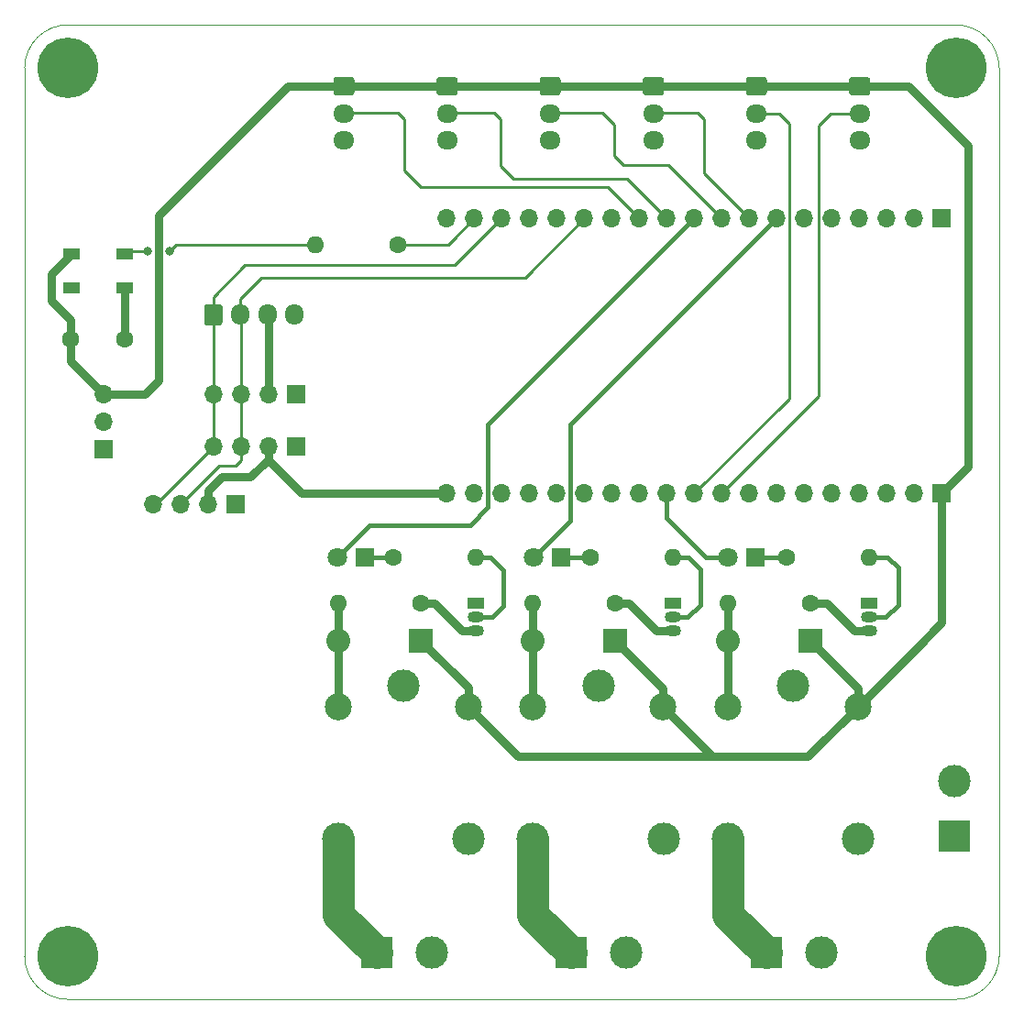
<source format=gbr>
%TF.GenerationSoftware,KiCad,Pcbnew,5.1.10-88a1d61d58~90~ubuntu21.04.1*%
%TF.CreationDate,2021-12-13T13:58:26+01:00*%
%TF.ProjectId,terrarium,74657272-6172-4697-956d-2e6b69636164,rev?*%
%TF.SameCoordinates,Original*%
%TF.FileFunction,Copper,L1,Top*%
%TF.FilePolarity,Positive*%
%FSLAX46Y46*%
G04 Gerber Fmt 4.6, Leading zero omitted, Abs format (unit mm)*
G04 Created by KiCad (PCBNEW 5.1.10-88a1d61d58~90~ubuntu21.04.1) date 2021-12-13 13:58:26*
%MOMM*%
%LPD*%
G01*
G04 APERTURE LIST*
%TA.AperFunction,Profile*%
%ADD10C,0.050000*%
%TD*%
%TA.AperFunction,ComponentPad*%
%ADD11R,1.500000X1.050000*%
%TD*%
%TA.AperFunction,ComponentPad*%
%ADD12O,1.500000X1.050000*%
%TD*%
%TA.AperFunction,ComponentPad*%
%ADD13C,3.000000*%
%TD*%
%TA.AperFunction,ComponentPad*%
%ADD14R,3.000000X3.000000*%
%TD*%
%TA.AperFunction,ComponentPad*%
%ADD15C,2.500000*%
%TD*%
%TA.AperFunction,ComponentPad*%
%ADD16O,1.600000X1.600000*%
%TD*%
%TA.AperFunction,ComponentPad*%
%ADD17C,1.600000*%
%TD*%
%TA.AperFunction,ComponentPad*%
%ADD18C,1.800000*%
%TD*%
%TA.AperFunction,ComponentPad*%
%ADD19R,1.800000X1.800000*%
%TD*%
%TA.AperFunction,ComponentPad*%
%ADD20O,2.200000X2.200000*%
%TD*%
%TA.AperFunction,ComponentPad*%
%ADD21R,2.200000X2.200000*%
%TD*%
%TA.AperFunction,SMDPad,CuDef*%
%ADD22R,1.500000X1.000000*%
%TD*%
%TA.AperFunction,ComponentPad*%
%ADD23C,5.600000*%
%TD*%
%TA.AperFunction,ComponentPad*%
%ADD24O,1.700000X1.950000*%
%TD*%
%TA.AperFunction,ComponentPad*%
%ADD25O,1.950000X1.700000*%
%TD*%
%TA.AperFunction,ComponentPad*%
%ADD26O,1.700000X1.700000*%
%TD*%
%TA.AperFunction,ComponentPad*%
%ADD27R,1.700000X1.700000*%
%TD*%
%TA.AperFunction,ViaPad*%
%ADD28C,0.800000*%
%TD*%
%TA.AperFunction,Conductor*%
%ADD29C,0.400000*%
%TD*%
%TA.AperFunction,Conductor*%
%ADD30C,0.800000*%
%TD*%
%TA.AperFunction,Conductor*%
%ADD31C,0.250000*%
%TD*%
%TA.AperFunction,Conductor*%
%ADD32C,3.000000*%
%TD*%
G04 APERTURE END LIST*
D10*
X45000000Y-113000000D02*
G75*
G02*
X41000000Y-109000000I0J4000000D01*
G01*
X131000000Y-109000000D02*
G75*
G02*
X127000000Y-113000000I-4000000J0D01*
G01*
X127000000Y-23000000D02*
G75*
G02*
X131000000Y-27000000I0J-4000000D01*
G01*
X41000000Y-27000000D02*
G75*
G02*
X45000000Y-23000000I4000000J0D01*
G01*
X127000000Y-23000000D02*
X45000000Y-23000000D01*
X131000000Y-109000000D02*
X131000000Y-27000000D01*
X45000000Y-113000000D02*
X127000000Y-113000000D01*
X41000000Y-27000000D02*
X41000000Y-109000000D01*
D11*
%TO.P,Q3,1*%
%TO.N,GND*%
X82677000Y-76454000D03*
D12*
%TO.P,Q3,3*%
%TO.N,Net-(Q3-Pad3)*%
X82677000Y-78994000D03*
%TO.P,Q3,2*%
%TO.N,Net-(Q3-Pad2)*%
X82677000Y-77724000D03*
%TD*%
D11*
%TO.P,Q2,1*%
%TO.N,GND*%
X100838000Y-76454000D03*
D12*
%TO.P,Q2,3*%
%TO.N,Net-(Q2-Pad3)*%
X100838000Y-78994000D03*
%TO.P,Q2,2*%
%TO.N,Net-(Q2-Pad2)*%
X100838000Y-77724000D03*
%TD*%
D11*
%TO.P,Q1,1*%
%TO.N,GND*%
X118999000Y-76454000D03*
D12*
%TO.P,Q1,3*%
%TO.N,Net-(Q1-Pad3)*%
X118999000Y-78994000D03*
%TO.P,Q1,2*%
%TO.N,Net-(Q1-Pad2)*%
X118999000Y-77724000D03*
%TD*%
D13*
%TO.P,S3,2*%
%TO.N,220N*%
X78580000Y-108712000D03*
D14*
%TO.P,S3,1*%
%TO.N,Net-(RE3-Pad3)*%
X73500000Y-108712000D03*
%TD*%
D13*
%TO.P,RE3,1*%
%TO.N,220L*%
X76000000Y-84000000D03*
D15*
%TO.P,RE3,5*%
%TO.N,+5V*%
X81950000Y-85950000D03*
D13*
%TO.P,RE3,4*%
%TO.N,Net-(RE3-Pad4)*%
X82000000Y-98200000D03*
%TO.P,RE3,3*%
%TO.N,Net-(RE3-Pad3)*%
X69950000Y-98150000D03*
D15*
%TO.P,RE3,2*%
%TO.N,Net-(D3-Pad2)*%
X69950000Y-85950000D03*
%TD*%
D16*
%TO.P,R7,2*%
%TO.N,Net-(Q3-Pad2)*%
X82677000Y-72200000D03*
D17*
%TO.P,R7,1*%
%TO.N,Net-(LED3-Pad1)*%
X75057000Y-72200000D03*
%TD*%
D16*
%TO.P,R6,2*%
%TO.N,Net-(D3-Pad2)*%
X69977000Y-76454000D03*
D17*
%TO.P,R6,1*%
%TO.N,Net-(Q3-Pad3)*%
X77597000Y-76454000D03*
%TD*%
D18*
%TO.P,LED3,2*%
%TO.N,G5*%
X69850000Y-72200000D03*
D19*
%TO.P,LED3,1*%
%TO.N,Net-(LED3-Pad1)*%
X72390000Y-72200000D03*
%TD*%
D20*
%TO.P,D3,2*%
%TO.N,Net-(D3-Pad2)*%
X69977000Y-79883000D03*
D21*
%TO.P,D3,1*%
%TO.N,+5V*%
X77597000Y-79883000D03*
%TD*%
D13*
%TO.P,S2,2*%
%TO.N,220N*%
X96580000Y-108712000D03*
D14*
%TO.P,S2,1*%
%TO.N,Net-(RE2-Pad3)*%
X91500000Y-108712000D03*
%TD*%
D13*
%TO.P,S1,2*%
%TO.N,220N*%
X114580000Y-108712000D03*
D14*
%TO.P,S1,1*%
%TO.N,Net-(RE1-Pad3)*%
X109500000Y-108712000D03*
%TD*%
D13*
%TO.P,S0,2*%
%TO.N,220L*%
X126873000Y-92837000D03*
D14*
%TO.P,S0,1*%
%TO.N,220N*%
X126873000Y-97917000D03*
%TD*%
D16*
%TO.P,R5,2*%
%TO.N,Net-(ALED1-Pad4)*%
X67818000Y-43307000D03*
D17*
%TO.P,R5,1*%
%TO.N,G23*%
X75438000Y-43307000D03*
%TD*%
D20*
%TO.P,D1,2*%
%TO.N,Net-(D1-Pad2)*%
X105918000Y-79883000D03*
D21*
%TO.P,D1,1*%
%TO.N,+5V*%
X113538000Y-79883000D03*
%TD*%
D16*
%TO.P,R4,2*%
%TO.N,Net-(D2-Pad2)*%
X87884000Y-76454000D03*
D17*
%TO.P,R4,1*%
%TO.N,Net-(Q2-Pad3)*%
X95504000Y-76454000D03*
%TD*%
D16*
%TO.P,R3,2*%
%TO.N,Net-(Q2-Pad2)*%
X100838000Y-72200000D03*
D17*
%TO.P,R3,1*%
%TO.N,Net-(LED2-Pad1)*%
X93218000Y-72200000D03*
%TD*%
D16*
%TO.P,R2,2*%
%TO.N,Net-(D1-Pad2)*%
X105918000Y-76454000D03*
D17*
%TO.P,R2,1*%
%TO.N,Net-(Q1-Pad3)*%
X113538000Y-76454000D03*
%TD*%
D16*
%TO.P,R1,2*%
%TO.N,Net-(Q1-Pad2)*%
X118999000Y-72200000D03*
D17*
%TO.P,R1,1*%
%TO.N,Net-(LED1-Pad1)*%
X111379000Y-72200000D03*
%TD*%
%TO.P,C1,2*%
%TO.N,GND*%
X50212000Y-52070000D03*
%TO.P,C1,1*%
%TO.N,+5V*%
X45212000Y-52070000D03*
%TD*%
D22*
%TO.P,ALED1,1*%
%TO.N,+5V*%
X45302000Y-44120000D03*
%TO.P,ALED1,2*%
%TO.N,Net-(ALED1-Pad2)*%
X45302000Y-47320000D03*
%TO.P,ALED1,4*%
%TO.N,Net-(ALED1-Pad4)*%
X50202000Y-44120000D03*
%TO.P,ALED1,3*%
%TO.N,GND*%
X50202000Y-47320000D03*
%TD*%
D23*
%TO.P,H4,1*%
%TO.N,N/C*%
X127000000Y-109000000D03*
%TD*%
%TO.P,H2,1*%
%TO.N,N/C*%
X45000000Y-27000000D03*
%TD*%
%TO.P,H3,1*%
%TO.N,N/C*%
X45000000Y-109000000D03*
%TD*%
%TO.P,H1,1*%
%TO.N,N/C*%
X127000000Y-27000000D03*
%TD*%
D13*
%TO.P,RE1,1*%
%TO.N,220L*%
X112000000Y-84000000D03*
D15*
%TO.P,RE1,5*%
%TO.N,+5V*%
X117950000Y-85950000D03*
D13*
%TO.P,RE1,4*%
%TO.N,Net-(RE1-Pad4)*%
X118000000Y-98200000D03*
%TO.P,RE1,3*%
%TO.N,Net-(RE1-Pad3)*%
X105950000Y-98150000D03*
D15*
%TO.P,RE1,2*%
%TO.N,Net-(D1-Pad2)*%
X105950000Y-85950000D03*
%TD*%
D13*
%TO.P,RE2,1*%
%TO.N,220L*%
X94000000Y-84000000D03*
D15*
%TO.P,RE2,5*%
%TO.N,+5V*%
X99950000Y-85950000D03*
D13*
%TO.P,RE2,4*%
%TO.N,Net-(RE2-Pad4)*%
X100000000Y-98200000D03*
%TO.P,RE2,3*%
%TO.N,Net-(RE2-Pad3)*%
X87950000Y-98150000D03*
D15*
%TO.P,RE2,2*%
%TO.N,Net-(D2-Pad2)*%
X87950000Y-85950000D03*
%TD*%
D18*
%TO.P,LED2,2*%
%TO.N,G4*%
X88011000Y-72200000D03*
D19*
%TO.P,LED2,1*%
%TO.N,Net-(LED2-Pad1)*%
X90551000Y-72200000D03*
%TD*%
D18*
%TO.P,LED1,2*%
%TO.N,G25*%
X105918000Y-72200000D03*
D19*
%TO.P,LED1,1*%
%TO.N,Net-(LED1-Pad1)*%
X108458000Y-72200000D03*
%TD*%
D20*
%TO.P,D2,2*%
%TO.N,Net-(D2-Pad2)*%
X87884000Y-79883000D03*
D21*
%TO.P,D2,1*%
%TO.N,+5V*%
X95504000Y-79883000D03*
%TD*%
D24*
%TO.P,i2c2,4*%
%TO.N,GND*%
X65920000Y-49784000D03*
%TO.P,i2c2,3*%
%TO.N,+5V*%
X63420000Y-49784000D03*
%TO.P,i2c2,2*%
%TO.N,SDA*%
X60920000Y-49784000D03*
%TO.P,i2c2,1*%
%TO.N,SCL*%
%TA.AperFunction,ComponentPad*%
G36*
G01*
X57570000Y-50509000D02*
X57570000Y-49059000D01*
G75*
G02*
X57820000Y-48809000I250000J0D01*
G01*
X59020000Y-48809000D01*
G75*
G02*
X59270000Y-49059000I0J-250000D01*
G01*
X59270000Y-50509000D01*
G75*
G02*
X59020000Y-50759000I-250000J0D01*
G01*
X57820000Y-50759000D01*
G75*
G02*
X57570000Y-50509000I0J250000D01*
G01*
G37*
%TD.AperFunction*%
%TD*%
D25*
%TO.P,HT1,3*%
%TO.N,GND*%
X118110000Y-33665000D03*
%TO.P,HT1,2*%
%TO.N,G27*%
X118110000Y-31165000D03*
%TO.P,HT1,1*%
%TO.N,+5V*%
%TA.AperFunction,ComponentPad*%
G36*
G01*
X117385000Y-27815000D02*
X118835000Y-27815000D01*
G75*
G02*
X119085000Y-28065000I0J-250000D01*
G01*
X119085000Y-29265000D01*
G75*
G02*
X118835000Y-29515000I-250000J0D01*
G01*
X117385000Y-29515000D01*
G75*
G02*
X117135000Y-29265000I0J250000D01*
G01*
X117135000Y-28065000D01*
G75*
G02*
X117385000Y-27815000I250000J0D01*
G01*
G37*
%TD.AperFunction*%
%TD*%
%TO.P,HT2,3*%
%TO.N,GND*%
X108585000Y-33665000D03*
%TO.P,HT2,2*%
%TO.N,G26*%
X108585000Y-31165000D03*
%TO.P,HT2,1*%
%TO.N,+5V*%
%TA.AperFunction,ComponentPad*%
G36*
G01*
X107860000Y-27815000D02*
X109310000Y-27815000D01*
G75*
G02*
X109560000Y-28065000I0J-250000D01*
G01*
X109560000Y-29265000D01*
G75*
G02*
X109310000Y-29515000I-250000J0D01*
G01*
X107860000Y-29515000D01*
G75*
G02*
X107610000Y-29265000I0J250000D01*
G01*
X107610000Y-28065000D01*
G75*
G02*
X107860000Y-27815000I250000J0D01*
G01*
G37*
%TD.AperFunction*%
%TD*%
%TO.P,HT6,3*%
%TO.N,GND*%
X70485000Y-33665000D03*
%TO.P,HT6,2*%
%TO.N,G19*%
X70485000Y-31165000D03*
%TO.P,HT6,1*%
%TO.N,+5V*%
%TA.AperFunction,ComponentPad*%
G36*
G01*
X69760000Y-27815000D02*
X71210000Y-27815000D01*
G75*
G02*
X71460000Y-28065000I0J-250000D01*
G01*
X71460000Y-29265000D01*
G75*
G02*
X71210000Y-29515000I-250000J0D01*
G01*
X69760000Y-29515000D01*
G75*
G02*
X69510000Y-29265000I0J250000D01*
G01*
X69510000Y-28065000D01*
G75*
G02*
X69760000Y-27815000I250000J0D01*
G01*
G37*
%TD.AperFunction*%
%TD*%
%TO.P,HT5,3*%
%TO.N,GND*%
X80010000Y-33665000D03*
%TO.P,HT5,2*%
%TO.N,G18*%
X80010000Y-31165000D03*
%TO.P,HT5,1*%
%TO.N,+5V*%
%TA.AperFunction,ComponentPad*%
G36*
G01*
X79285000Y-27815000D02*
X80735000Y-27815000D01*
G75*
G02*
X80985000Y-28065000I0J-250000D01*
G01*
X80985000Y-29265000D01*
G75*
G02*
X80735000Y-29515000I-250000J0D01*
G01*
X79285000Y-29515000D01*
G75*
G02*
X79035000Y-29265000I0J250000D01*
G01*
X79035000Y-28065000D01*
G75*
G02*
X79285000Y-27815000I250000J0D01*
G01*
G37*
%TD.AperFunction*%
%TD*%
%TO.P,HT4,3*%
%TO.N,GND*%
X89535000Y-33665000D03*
%TO.P,HT4,2*%
%TO.N,G17*%
X89535000Y-31165000D03*
%TO.P,HT4,1*%
%TO.N,+5V*%
%TA.AperFunction,ComponentPad*%
G36*
G01*
X88810000Y-27815000D02*
X90260000Y-27815000D01*
G75*
G02*
X90510000Y-28065000I0J-250000D01*
G01*
X90510000Y-29265000D01*
G75*
G02*
X90260000Y-29515000I-250000J0D01*
G01*
X88810000Y-29515000D01*
G75*
G02*
X88560000Y-29265000I0J250000D01*
G01*
X88560000Y-28065000D01*
G75*
G02*
X88810000Y-27815000I250000J0D01*
G01*
G37*
%TD.AperFunction*%
%TD*%
%TO.P,HT3,3*%
%TO.N,GND*%
X99060000Y-33665000D03*
%TO.P,HT3,2*%
%TO.N,G16*%
X99060000Y-31165000D03*
%TO.P,HT3,1*%
%TO.N,+5V*%
%TA.AperFunction,ComponentPad*%
G36*
G01*
X98335000Y-27815000D02*
X99785000Y-27815000D01*
G75*
G02*
X100035000Y-28065000I0J-250000D01*
G01*
X100035000Y-29265000D01*
G75*
G02*
X99785000Y-29515000I-250000J0D01*
G01*
X98335000Y-29515000D01*
G75*
G02*
X98085000Y-29265000I0J250000D01*
G01*
X98085000Y-28065000D01*
G75*
G02*
X98335000Y-27815000I250000J0D01*
G01*
G37*
%TD.AperFunction*%
%TD*%
D26*
%TO.P,esp32-left1,19*%
%TO.N,GND*%
X79970000Y-40894000D03*
%TO.P,esp32-left1,18*%
%TO.N,G23*%
X82510000Y-40894000D03*
%TO.P,esp32-left1,17*%
%TO.N,SCL*%
X85050000Y-40894000D03*
%TO.P,esp32-left1,16*%
%TO.N,TX*%
X87590000Y-40894000D03*
%TO.P,esp32-left1,15*%
%TO.N,RX*%
X90130000Y-40894000D03*
%TO.P,esp32-left1,14*%
%TO.N,SDA*%
X92670000Y-40894000D03*
%TO.P,esp32-left1,13*%
%TO.N,GND*%
X95210000Y-40894000D03*
%TO.P,esp32-left1,12*%
%TO.N,G19*%
X97750000Y-40894000D03*
%TO.P,esp32-left1,11*%
%TO.N,G18*%
X100290000Y-40894000D03*
%TO.P,esp32-left1,10*%
%TO.N,G5*%
X102830000Y-40894000D03*
%TO.P,esp32-left1,9*%
%TO.N,G17*%
X105370000Y-40894000D03*
%TO.P,esp32-left1,8*%
%TO.N,G16*%
X107910000Y-40894000D03*
%TO.P,esp32-left1,7*%
%TO.N,G4*%
X110450000Y-40894000D03*
%TO.P,esp32-left1,6*%
%TO.N,Net-(esp32-left1-Pad6)*%
X112990000Y-40894000D03*
%TO.P,esp32-left1,5*%
%TO.N,Net-(esp32-left1-Pad5)*%
X115530000Y-40894000D03*
%TO.P,esp32-left1,4*%
%TO.N,Net-(esp32-left1-Pad4)*%
X118070000Y-40894000D03*
%TO.P,esp32-left1,3*%
%TO.N,Net-(esp32-left1-Pad3)*%
X120610000Y-40894000D03*
%TO.P,esp32-left1,2*%
%TO.N,Net-(esp32-left1-Pad2)*%
X123150000Y-40894000D03*
D27*
%TO.P,esp32-left1,1*%
%TO.N,Net-(esp32-left1-Pad1)*%
X125690000Y-40894000D03*
%TD*%
D26*
%TO.P,i2c4,4*%
%TO.N,SCL*%
X58420000Y-61976000D03*
%TO.P,i2c4,3*%
%TO.N,SDA*%
X60960000Y-61976000D03*
%TO.P,i2c4,2*%
%TO.N,+3V3*%
X63500000Y-61976000D03*
D27*
%TO.P,i2c4,1*%
%TO.N,GND*%
X66040000Y-61976000D03*
%TD*%
D26*
%TO.P,i2c3,4*%
%TO.N,SCL*%
X58420000Y-57150000D03*
%TO.P,i2c3,3*%
%TO.N,SDA*%
X60960000Y-57150000D03*
%TO.P,i2c3,2*%
%TO.N,+5V*%
X63500000Y-57150000D03*
D27*
%TO.P,i2c3,1*%
%TO.N,GND*%
X66040000Y-57150000D03*
%TD*%
D26*
%TO.P,ExternalPower1,3*%
%TO.N,+5V*%
X48260000Y-57150000D03*
%TO.P,ExternalPower1,2*%
%TO.N,+3V3*%
X48260000Y-59690000D03*
D27*
%TO.P,ExternalPower1,1*%
%TO.N,GND*%
X48260000Y-62230000D03*
%TD*%
D26*
%TO.P,i2c1,4*%
%TO.N,SCL*%
X52832000Y-67310000D03*
%TO.P,i2c1,3*%
%TO.N,SDA*%
X55372000Y-67310000D03*
%TO.P,i2c1,2*%
%TO.N,+3V3*%
X57912000Y-67310000D03*
D27*
%TO.P,i2c1,1*%
%TO.N,GND*%
X60452000Y-67310000D03*
%TD*%
D26*
%TO.P,esp32-right1,19*%
%TO.N,+3V3*%
X79970000Y-66294000D03*
%TO.P,esp32-right1,18*%
%TO.N,Net-(esp32-right1-Pad18)*%
X82510000Y-66294000D03*
%TO.P,esp32-right1,17*%
%TO.N,Net-(esp32-right1-Pad17)*%
X85050000Y-66294000D03*
%TO.P,esp32-right1,16*%
%TO.N,Net-(esp32-right1-Pad16)*%
X87590000Y-66294000D03*
%TO.P,esp32-right1,15*%
%TO.N,Net-(esp32-right1-Pad15)*%
X90130000Y-66294000D03*
%TO.P,esp32-right1,14*%
%TO.N,Net-(esp32-right1-Pad14)*%
X92670000Y-66294000D03*
%TO.P,esp32-right1,13*%
%TO.N,Net-(esp32-right1-Pad13)*%
X95210000Y-66294000D03*
%TO.P,esp32-right1,12*%
%TO.N,Net-(esp32-right1-Pad12)*%
X97750000Y-66294000D03*
%TO.P,esp32-right1,11*%
%TO.N,G25*%
X100290000Y-66294000D03*
%TO.P,esp32-right1,10*%
%TO.N,G26*%
X102830000Y-66294000D03*
%TO.P,esp32-right1,9*%
%TO.N,G27*%
X105370000Y-66294000D03*
%TO.P,esp32-right1,8*%
%TO.N,Net-(esp32-right1-Pad8)*%
X107910000Y-66294000D03*
%TO.P,esp32-right1,7*%
%TO.N,Net-(esp32-right1-Pad7)*%
X110450000Y-66294000D03*
%TO.P,esp32-right1,6*%
%TO.N,Net-(esp32-right1-Pad6)*%
X112990000Y-66294000D03*
%TO.P,esp32-right1,5*%
%TO.N,Net-(esp32-right1-Pad5)*%
X115530000Y-66294000D03*
%TO.P,esp32-right1,4*%
%TO.N,Net-(esp32-right1-Pad4)*%
X118070000Y-66294000D03*
%TO.P,esp32-right1,3*%
%TO.N,Net-(esp32-right1-Pad3)*%
X120610000Y-66294000D03*
%TO.P,esp32-right1,2*%
%TO.N,Net-(esp32-right1-Pad2)*%
X123150000Y-66294000D03*
D27*
%TO.P,esp32-right1,1*%
%TO.N,+5V*%
X125690000Y-66294000D03*
%TD*%
D28*
%TO.N,Net-(ALED1-Pad4)*%
X54356000Y-43942000D03*
X52324000Y-43942000D03*
%TD*%
D29*
%TO.N,GND*%
X50202000Y-52060000D02*
X50212000Y-52070000D01*
D30*
X50202000Y-47320000D02*
X50202000Y-52060000D01*
D31*
%TO.N,SCL*%
X58420000Y-49530000D02*
X58420000Y-57150000D01*
X58420000Y-61976000D02*
X58420000Y-57150000D01*
X62738000Y-45212000D02*
X62611000Y-45212000D01*
X53086000Y-67310000D02*
X52832000Y-67310000D01*
X58420000Y-61976000D02*
X53086000Y-67310000D01*
X80732000Y-45212000D02*
X85050000Y-40894000D01*
X62611000Y-45212000D02*
X80732000Y-45212000D01*
X58420000Y-48133000D02*
X58420000Y-49784000D01*
X61341000Y-45212000D02*
X58420000Y-48133000D01*
X62611000Y-45212000D02*
X61341000Y-45212000D01*
%TO.N,SDA*%
X55372000Y-66567524D02*
X55000762Y-66938762D01*
X60960000Y-61976000D02*
X60960000Y-57150000D01*
X60960000Y-57150000D02*
X60960000Y-49530000D01*
X60960000Y-61976000D02*
X60960000Y-63246000D01*
X60960000Y-63246000D02*
X60452000Y-63754000D01*
X58928000Y-63754000D02*
X55372000Y-67310000D01*
X60452000Y-63754000D02*
X58928000Y-63754000D01*
X60920000Y-48300000D02*
X60920000Y-49784000D01*
X62865000Y-46355000D02*
X60920000Y-48300000D01*
X87209000Y-46355000D02*
X62865000Y-46355000D01*
X92670000Y-40894000D02*
X87209000Y-46355000D01*
%TO.N,G19*%
X74763000Y-31155000D02*
X74843000Y-31155000D01*
X70485000Y-31155000D02*
X74763000Y-31155000D01*
X75478000Y-31155000D02*
X74763000Y-31155000D01*
X76073000Y-31750000D02*
X75478000Y-31155000D01*
X76073000Y-36449000D02*
X76073000Y-31750000D01*
X77597000Y-37973000D02*
X76073000Y-36449000D01*
X94829000Y-37973000D02*
X77597000Y-37973000D01*
X97750000Y-40894000D02*
X94829000Y-37973000D01*
%TO.N,G18*%
X84368000Y-31155000D02*
X80010000Y-31155000D01*
X84963000Y-31750000D02*
X84368000Y-31155000D01*
X84963000Y-36068000D02*
X84963000Y-31750000D01*
X86106000Y-37211000D02*
X84963000Y-36068000D01*
X96607000Y-37211000D02*
X86106000Y-37211000D01*
X100290000Y-40894000D02*
X96607000Y-37211000D01*
D29*
%TO.N,G5*%
X82128998Y-69215000D02*
X72835000Y-69215000D01*
X83799999Y-67543999D02*
X82128998Y-69215000D01*
X72835000Y-69215000D02*
X69850000Y-72200000D01*
X83799999Y-59924001D02*
X83799999Y-67543999D01*
X102830000Y-40894000D02*
X83799999Y-59924001D01*
D31*
%TO.N,G17*%
X89535000Y-31155000D02*
X93004000Y-31155000D01*
X105370000Y-40894000D02*
X100417000Y-35941000D01*
X100417000Y-35941000D02*
X96266000Y-35941000D01*
X96266000Y-35941000D02*
X95440500Y-35115500D01*
X95440500Y-35115500D02*
X95440500Y-32258000D01*
X94337500Y-31155000D02*
X93004000Y-31155000D01*
X95440500Y-32258000D02*
X94337500Y-31155000D01*
%TO.N,G16*%
X99060000Y-31155000D02*
X99481000Y-31155000D01*
X103759000Y-36743000D02*
X107910000Y-40894000D01*
X103759000Y-31750000D02*
X103759000Y-36743000D01*
X103164000Y-31155000D02*
X103759000Y-31750000D01*
X99060000Y-31155000D02*
X103164000Y-31155000D01*
D29*
%TO.N,G4*%
X88265000Y-72390000D02*
X88011000Y-72644000D01*
X91419999Y-59924001D02*
X110450000Y-40894000D01*
X91419999Y-68791001D02*
X91419999Y-59924001D01*
X88011000Y-72200000D02*
X91419999Y-68791001D01*
D31*
%TO.N,Net-(esp32-left1-Pad6)*%
X113157000Y-40767000D02*
X113030000Y-40894000D01*
D30*
%TO.N,+3V3*%
X57912000Y-67310000D02*
X57912000Y-66040000D01*
X57912000Y-66040000D02*
X59182000Y-64770000D01*
X63500000Y-63178081D02*
X66615919Y-66294000D01*
X63500000Y-61976000D02*
X63500000Y-63178081D01*
X61849000Y-64770000D02*
X59182000Y-64770000D01*
X63440919Y-63178081D02*
X61849000Y-64770000D01*
X66615919Y-66294000D02*
X79970000Y-66294000D01*
%TO.N,+5V*%
X63500000Y-49530000D02*
X63500000Y-57150000D01*
X118110000Y-28655000D02*
X108585000Y-28655000D01*
X108585000Y-28655000D02*
X99060000Y-28655000D01*
X99060000Y-28655000D02*
X89535000Y-28655000D01*
X89535000Y-28655000D02*
X80010000Y-28655000D01*
X80010000Y-28655000D02*
X70485000Y-28655000D01*
X52070000Y-57150000D02*
X48260000Y-57150000D01*
X53340000Y-55880000D02*
X52070000Y-57150000D01*
X53340000Y-40640000D02*
X53340000Y-55880000D01*
X65325000Y-28655000D02*
X53340000Y-40640000D01*
X70485000Y-28655000D02*
X65325000Y-28655000D01*
X45212000Y-54102000D02*
X48260000Y-57150000D01*
X45212000Y-52070000D02*
X45212000Y-54102000D01*
X45212000Y-52070000D02*
X45212000Y-50292000D01*
X45212000Y-50292000D02*
X43434000Y-48514000D01*
X43434000Y-45988000D02*
X45302000Y-44120000D01*
X43434000Y-48514000D02*
X43434000Y-45988000D01*
X117950000Y-84295000D02*
X113538000Y-79883000D01*
X117950000Y-85950000D02*
X117950000Y-84295000D01*
X123190000Y-80710000D02*
X117950000Y-85950000D01*
X117950000Y-85950000D02*
X113349000Y-90551000D01*
X86551000Y-90551000D02*
X81950000Y-85950000D01*
X104551000Y-90551000D02*
X105029000Y-90551000D01*
X99950000Y-85950000D02*
X104551000Y-90551000D01*
X105029000Y-90551000D02*
X86551000Y-90551000D01*
X113349000Y-90551000D02*
X105029000Y-90551000D01*
X99950000Y-84329000D02*
X95504000Y-79883000D01*
X99950000Y-85950000D02*
X99950000Y-84329000D01*
X81950000Y-84236000D02*
X77597000Y-79883000D01*
X81950000Y-85950000D02*
X81950000Y-84236000D01*
X128143000Y-63841000D02*
X125690000Y-66294000D01*
X128143000Y-34163000D02*
X128143000Y-63841000D01*
X122635000Y-28655000D02*
X128143000Y-34163000D01*
X118110000Y-28655000D02*
X122635000Y-28655000D01*
X125690000Y-78210000D02*
X123190000Y-80710000D01*
X125690000Y-66294000D02*
X125690000Y-78210000D01*
%TO.N,Net-(D1-Pad2)*%
X105918000Y-76454000D02*
X105918000Y-79883000D01*
X105918000Y-85918000D02*
X105950000Y-85950000D01*
X105918000Y-79883000D02*
X105918000Y-85918000D01*
%TO.N,Net-(D2-Pad2)*%
X87884000Y-79883000D02*
X87884000Y-76454000D01*
X87884000Y-85884000D02*
X87950000Y-85950000D01*
X87884000Y-79883000D02*
X87884000Y-85884000D01*
D32*
%TO.N,Net-(RE1-Pad3)*%
X105950000Y-105162000D02*
X109500000Y-108712000D01*
X105950000Y-98150000D02*
X105950000Y-105162000D01*
%TO.N,Net-(RE2-Pad3)*%
X87950000Y-105162000D02*
X91500000Y-108712000D01*
X87950000Y-98150000D02*
X87950000Y-105162000D01*
D29*
%TO.N,Net-(LED1-Pad1)*%
X108458000Y-72200000D02*
X111379000Y-72200000D01*
%TO.N,Net-(LED2-Pad1)*%
X93218000Y-72200000D02*
X90551000Y-72200000D01*
D31*
%TO.N,G23*%
X80605000Y-42799000D02*
X82510000Y-40894000D01*
X80097000Y-43307000D02*
X80605000Y-42799000D01*
X75438000Y-43307000D02*
X80097000Y-43307000D01*
D30*
%TO.N,Net-(D3-Pad2)*%
X69977000Y-76454000D02*
X69977000Y-79883000D01*
X69977000Y-85923000D02*
X69950000Y-85950000D01*
X69977000Y-79883000D02*
X69977000Y-85923000D01*
D29*
%TO.N,Net-(LED3-Pad1)*%
X72390000Y-72200000D02*
X75057000Y-72200000D01*
D32*
%TO.N,Net-(RE3-Pad3)*%
X69950000Y-105162000D02*
X73500000Y-108712000D01*
X69950000Y-98150000D02*
X69950000Y-105162000D01*
D31*
%TO.N,Net-(ALED1-Pad4)*%
X50380000Y-43942000D02*
X50202000Y-44120000D01*
X52324000Y-43942000D02*
X50380000Y-43942000D01*
X54356000Y-43942000D02*
X54991000Y-43307000D01*
X54991000Y-43307000D02*
X67818000Y-43307000D01*
%TO.N,G26*%
X108585000Y-31165000D02*
X110667000Y-31165000D01*
X111625001Y-32123001D02*
X111625001Y-57498999D01*
X111625001Y-57498999D02*
X102830000Y-66294000D01*
X110667000Y-31165000D02*
X111625001Y-32123001D01*
%TO.N,G27*%
X118110000Y-31165000D02*
X115456500Y-31165000D01*
X114354999Y-57309001D02*
X105370000Y-66294000D01*
X114354999Y-32266501D02*
X114354999Y-57309001D01*
X115456500Y-31165000D02*
X114354999Y-32266501D01*
D29*
%TO.N,G25*%
X100290000Y-66294000D02*
X100290000Y-68540000D01*
X103950000Y-72200000D02*
X105918000Y-72200000D01*
X100290000Y-68540000D02*
X103950000Y-72200000D01*
D30*
%TO.N,Net-(Q1-Pad3)*%
X113538000Y-76454000D02*
X115062000Y-76454000D01*
X115062000Y-76454000D02*
X117602000Y-78994000D01*
X117602000Y-78994000D02*
X118999000Y-78994000D01*
D29*
%TO.N,Net-(Q1-Pad2)*%
X121666000Y-73152000D02*
X120714000Y-72200000D01*
X120714000Y-72200000D02*
X118999000Y-72200000D01*
X121666000Y-76581000D02*
X121666000Y-73152000D01*
X120523000Y-77724000D02*
X121666000Y-76581000D01*
X118999000Y-77724000D02*
X120523000Y-77724000D01*
D30*
%TO.N,Net-(Q2-Pad3)*%
X95504000Y-76454000D02*
X96774000Y-76454000D01*
X99314000Y-78994000D02*
X100838000Y-78994000D01*
X96774000Y-76454000D02*
X99314000Y-78994000D01*
D29*
%TO.N,Net-(Q2-Pad2)*%
X102299000Y-72200000D02*
X100838000Y-72200000D01*
X103378000Y-73279000D02*
X102299000Y-72200000D01*
X103378000Y-76581000D02*
X103378000Y-73279000D01*
X102235000Y-77724000D02*
X103378000Y-76581000D01*
X100838000Y-77724000D02*
X102235000Y-77724000D01*
D30*
%TO.N,Net-(Q3-Pad3)*%
X77597000Y-76454000D02*
X78867000Y-76454000D01*
X81407000Y-78994000D02*
X82677000Y-78994000D01*
X78867000Y-76454000D02*
X81407000Y-78994000D01*
D29*
%TO.N,Net-(Q3-Pad2)*%
X82677000Y-77724000D02*
X84201000Y-77724000D01*
X84201000Y-77724000D02*
X85217000Y-76708000D01*
X85217000Y-76708000D02*
X85217000Y-73406000D01*
X84011000Y-72200000D02*
X82677000Y-72200000D01*
X85217000Y-73406000D02*
X84011000Y-72200000D01*
%TD*%
M02*

</source>
